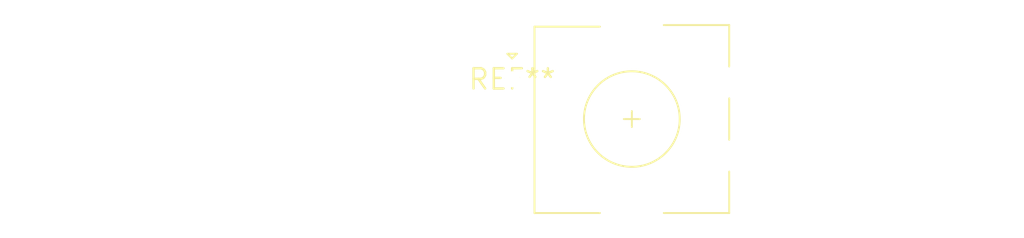
<source format=kicad_pcb>
(kicad_pcb (version 20240108) (generator pcbnew)
  (layers (0 "F.Cu" signal) (31 "B.Cu" signal) (34 "B.Paste" user) (35 "F.Paste" user) (36 "B.SilkS" user "B.Silkscreen") (37 "F.SilkS" user "F.Silkscreen") (38 "B.Mask" user) (39 "F.Mask" user) (44 "Edge.Cuts" user))
  (net 0 "")
  (footprint "RotaryEncoder_Alps_EC11E_Vertical_H20mm_CircularMountingHoles" (layer "F.Cu") (at 0 0)
    (property "Reference" "REF**")
    (property "Value" "RotaryEncoder_Alps_EC11E_Vertical_H20mm_CircularMountingHoles")
    (fp_line (start -0.3 -1.6) (end 0.3 -1.6) (layer "F.SilkS") (stroke (width 0.12)))
    (fp_line (start 0 -1.3) (end -0.3 -1.6) (layer "F.SilkS") (stroke (width 0.12)))
    (fp_line (start 0.3 -1.6) (end 0 -1.3) (layer "F.SilkS") (stroke (width 0.12)))
    (fp_line (start 1.4 -3.3) (end 1.4 8.4) (layer "F.SilkS") (stroke (width 0.12)))
    (fp_line (start 5.5 -3.3) (end 1.4 -3.3) (layer "F.SilkS") (stroke (width 0.12)))
    (fp_line (start 5.5 8.4) (end 1.4 8.4) (layer "F.SilkS") (stroke (width 0.12)))
    (fp_line (start 7 2.5) (end 8 2.5) (layer "F.SilkS") (stroke (width 0.12)))
    (fp_line (start 7.5 2) (end 7.5 3) (layer "F.SilkS") (stroke (width 0.12)))
    (fp_line (start 9.5 -3.4) (end 13.6 -3.4) (layer "F.SilkS") (stroke (width 0.12)))
    (fp_line (start 13.6 -3.4) (end 13.6 -0.8) (layer "F.SilkS") (stroke (width 0.12)))
    (fp_line (start 13.6 1.2) (end 13.6 3.8) (layer "F.SilkS") (stroke (width 0.12)))
    (fp_line (start 13.6 5.8) (end 13.6 8.4) (layer "F.SilkS") (stroke (width 0.12)))
    (fp_line (start 13.6 8.4) (end 9.5 8.4) (layer "F.SilkS") (stroke (width 0.12)))
    (fp_circle (center 7.5 2.5) (end 10.5 2.5) (layer "F.SilkS") (stroke (width 0.12)) (fill none))
    (pad "" thru_hole circle (at 14.5 0) (size 1.5 1.5) (drill 1) (layers *.Cu *.Mask) (remove_unused_layers))
    (pad "" thru_hole circle (at 14.5 5) (size 1.5 1.5) (drill 1) (layers *.Cu *.Mask) (remove_unused_layers))
    (pad "A" thru_hole rect (at 0 0) (size 2 2) (drill 1) (layers *.Cu *.Mask) (remove_unused_layers))
    (pad "B" thru_hole circle (at 0 5) (size 2 2) (drill 1) (layers *.Cu *.Mask) (remove_unused_layers))
    (pad "C" thru_hole circle (at 0 2.5) (size 2 2) (drill 1) (layers *.Cu *.Mask) (remove_unused_layers))
    (pad "MP" thru_hole circle (at 7.5 -3.1) (size 3.2 3.2) (drill 2.6) (layers *.Cu *.Mask) (remove_unused_layers))
    (pad "MP" thru_hole circle (at 7.5 8.1) (size 3.2 3.2) (drill 2.6) (layers *.Cu *.Mask) (remove_unused_layers))
  )
)
</source>
